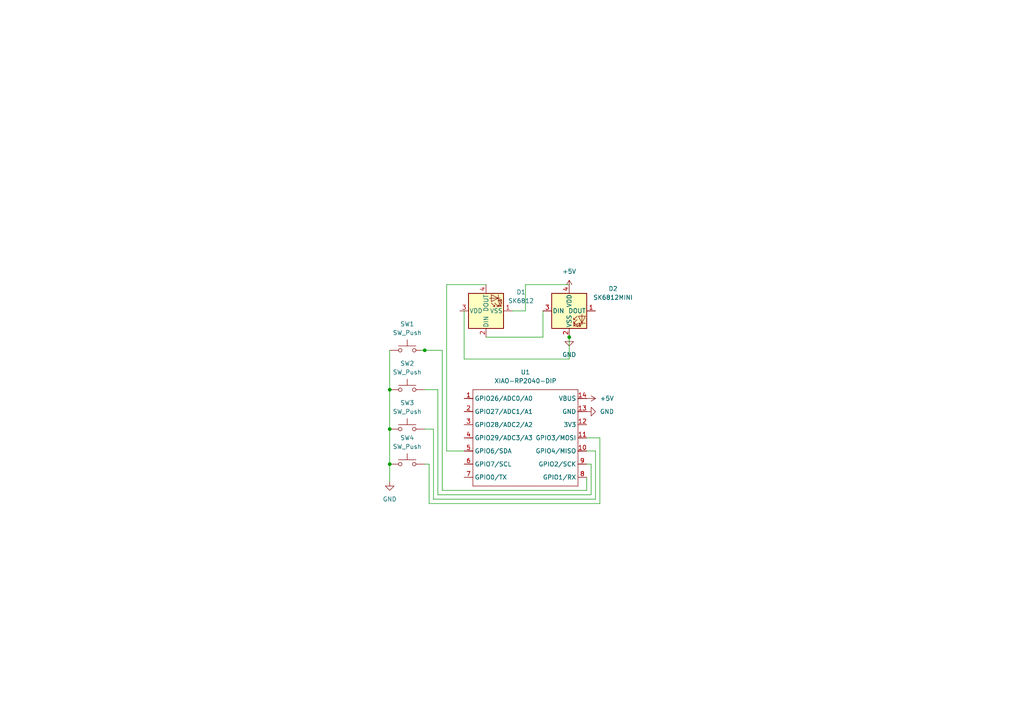
<source format=kicad_sch>
(kicad_sch (version 20250114) (generator "eeschema") (generator_version "9.0")
  (paper "A4")
  (lib_symbols
    (symbol "LED:SK6812" (pin_names (offset 0.254))
      (property "Reference" "D" (at 5.08 5.715 0))
      (property "Value" "SK6812" (at 1.27 -5.715 0))
      (symbol "SK6812_0_0"
        (text "RGB" (at 2.286 -4.191 0) (effects (font (size 0.762 0.762))))
      )
      (symbol "SK6812_0_1"
        (polyline (pts (xy 1.27 -2.54) (xy 1.778 -2.54)))
        (polyline (pts (xy 1.27 -3.556) (xy 1.778 -3.556)))
        (polyline (pts (xy 2.286 -1.524) (xy 1.27 -2.54) (xy 1.27 -2.032)))
        (polyline (pts (xy 2.286 -2.54) (xy 1.27 -3.556) (xy 1.27 -3.048)))
        (polyline (pts (xy 3.683 -1.016) (xy 3.683 -3.556) (xy 3.683 -4.064)))
        (polyline (pts (xy 4.699 -1.524) (xy 2.667 -1.524) (xy 3.683 -3.556) (xy 4.699 -1.524)))
        (polyline (pts (xy 4.699 -3.556) (xy 2.667 -3.556)))
        (rectangle (start 5.08 5.08) (end -5.08 -5.08) (stroke (width 0.254)) (fill (type background)))
      )
      (symbol "SK6812_1_1"
        (pin input line (at -7.62 0 0) (length 2.54) (name "DIN") (number "2"))
        (pin power_in line (at 0 7.62 270) (length 2.54) (name "VDD") (number "3"))
        (pin power_in line (at 0 -7.62 90) (length 2.54) (name "VSS") (number "1"))
        (pin output line (at 7.62 0 180) (length 2.54) (name "DOUT") (number "4"))
      )
    )
    (symbol "LED:SK6812MINI" (pin_names (offset 0.254))
      (property "Reference" "D" (at 5.08 5.715 0))
      (property "Value" "SK6812MINI" (at 1.27 -5.715 0))
      (symbol "SK6812MINI_0_0"
        (text "RGB" (at 2.286 -4.191 0) (effects (font (size 0.762 0.762))))
      )
      (symbol "SK6812MINI_0_1"
        (polyline (pts (xy 1.27 -2.54) (xy 1.778 -2.54)))
        (polyline (pts (xy 1.27 -3.556) (xy 1.778 -3.556)))
        (polyline (pts (xy 2.286 -1.524) (xy 1.27 -2.54) (xy 1.27 -2.032)))
        (polyline (pts (xy 2.286 -2.54) (xy 1.27 -3.556) (xy 1.27 -3.048)))
        (polyline (pts (xy 3.683 -1.016) (xy 3.683 -3.556) (xy 3.683 -4.064)))
        (polyline (pts (xy 4.699 -1.524) (xy 2.667 -1.524) (xy 3.683 -3.556) (xy 4.699 -1.524)))
        (polyline (pts (xy 4.699 -3.556) (xy 2.667 -3.556)))
        (rectangle (start 5.08 5.08) (end -5.08 -5.08) (stroke (width 0.254)) (fill (type background)))
      )
      (symbol "SK6812MINI_1_1"
        (pin input line (at -7.62 0 0) (length 2.54) (name "DIN") (number "3"))
        (pin power_in line (at 0 7.62 270) (length 2.54) (name "VDD") (number "4"))
        (pin power_in line (at 0 -7.62 90) (length 2.54) (name "VSS") (number "2"))
        (pin output line (at 7.62 0 180) (length 2.54) (name "DOUT") (number "1"))
      )
    )
    (symbol "Seeed_Studio_XIAO_Series:XIAO-RP2040-DIP"
      (property "Reference" "U" (at 0 0 0))
      (property "Value" "XIAO-RP2040-DIP" (at 5.334 -1.778 0))
      (symbol "XIAO-RP2040-DIP_1_0"
        (polyline (pts (xy -1.27 -2.54) (xy 29.21 -2.54)) (stroke (width 0.1524)))
        (polyline (pts (xy -1.27 -5.08) (xy -2.54 -5.08)) (stroke (width 0.1524)))
        (polyline (pts (xy -1.27 -5.08) (xy -1.27 -2.54)) (stroke (width 0.1524)))
        (polyline (pts (xy -1.27 -8.89) (xy -2.54 -8.89)) (stroke (width 0.1524)))
        (polyline (pts (xy -1.27 -8.89) (xy -1.27 -5.08)) (stroke (width 0.1524)))
        (polyline (pts (xy -1.27 -12.7) (xy -2.54 -12.7)) (stroke (width 0.1524)))
        (polyline (pts (xy -1.27 -12.7) (xy -1.27 -8.89)) (stroke (width 0.1524)))
        (polyline (pts (xy -1.27 -16.51) (xy -2.54 -16.51)) (stroke (width 0.1524)))
        (polyline (pts (xy -1.27 -16.51) (xy -1.27 -12.7)) (stroke (width 0.1524)))
        (polyline (pts (xy -1.27 -20.32) (xy -2.54 -20.32)) (stroke (width 0.1524)))
        (polyline (pts (xy -1.27 -24.13) (xy -2.54 -24.13)) (stroke (width 0.1524)))
        (polyline (pts (xy -1.27 -27.94) (xy -2.54 -27.94)) (stroke (width 0.1524)))
        (polyline (pts (xy -1.27 -30.48) (xy -1.27 -16.51)) (stroke (width 0.1524)))
        (polyline (pts (xy 29.21 -2.54) (xy 29.21 -5.08)) (stroke (width 0.1524)))
        (polyline (pts (xy 29.21 -5.08) (xy 29.21 -8.89)) (stroke (width 0.1524)))
        (polyline (pts (xy 29.21 -8.89) (xy 29.21 -12.7)) (stroke (width 0.1524)))
        (polyline (pts (xy 29.21 -12.7) (xy 29.21 -30.48)) (stroke (width 0.1524)))
        (polyline (pts (xy 29.21 -30.48) (xy -1.27 -30.48)) (stroke (width 0.1524)))
        (polyline (pts (xy 30.48 -5.08) (xy 29.21 -5.08)) (stroke (width 0.1524)))
        (polyline (pts (xy 30.48 -8.89) (xy 29.21 -8.89)) (stroke (width 0.1524)))
        (polyline (pts (xy 30.48 -12.7) (xy 29.21 -12.7)) (stroke (width 0.1524)))
        (polyline (pts (xy 30.48 -16.51) (xy 29.21 -16.51)) (stroke (width 0.1524)))
        (polyline (pts (xy 30.48 -20.32) (xy 29.21 -20.32)) (stroke (width 0.1524)))
        (polyline (pts (xy 30.48 -24.13) (xy 29.21 -24.13)) (stroke (width 0.1524)))
        (polyline (pts (xy 30.48 -27.94) (xy 29.21 -27.94)) (stroke (width 0.1524)))
        (pin passive line (at -3.81 -5.08 0) (length 2.54) (name "GPIO26/ADC0/A0") (number "1"))
        (pin passive line (at -3.81 -8.89 0) (length 2.54) (name "GPIO27/ADC1/A1") (number "2"))
        (pin passive line (at -3.81 -12.7 0) (length 2.54) (name "GPIO28/ADC2/A2") (number "3"))
        (pin passive line (at -3.81 -16.51 0) (length 2.54) (name "GPIO29/ADC3/A3") (number "4"))
        (pin passive line (at -3.81 -20.32 0) (length 2.54) (name "GPIO6/SDA") (number "5"))
        (pin passive line (at -3.81 -24.13 0) (length 2.54) (name "GPIO7/SCL") (number "6"))
        (pin passive line (at -3.81 -27.94 0) (length 2.54) (name "GPIO0/TX") (number "7"))
        (pin passive line (at 31.75 -5.08 180) (length 2.54) (name "VBUS") (number "14"))
        (pin passive line (at 31.75 -8.89 180) (length 2.54) (name "GND") (number "13"))
        (pin passive line (at 31.75 -12.7 180) (length 2.54) (name "3V3") (number "12"))
        (pin passive line (at 31.75 -16.51 180) (length 2.54) (name "GPIO3/MOSI") (number "11"))
        (pin passive line (at 31.75 -20.32 180) (length 2.54) (name "GPIO4/MISO") (number "10"))
        (pin passive line (at 31.75 -24.13 180) (length 2.54) (name "GPIO2/SCK") (number "9"))
        (pin passive line (at 31.75 -27.94 180) (length 2.54) (name "GPIO1/RX") (number "8"))
      )
    )
    (symbol "Switch:SW_Push" (pin_numbers (hide yes)) (pin_names (offset 1.016) (hide yes))
      (property "Reference" "SW" (at 1.27 2.54 0))
      (property "Value" "SW_Push" (at 0 -1.524 0))
      (symbol "SW_Push_0_1"
        (circle (center -2.032 0) (radius 0.508))
        (polyline (pts (xy 0 1.27) (xy 0 3.048)))
        (circle (center 2.032 0) (radius 0.508))
        (polyline (pts (xy 2.54 1.27) (xy -2.54 1.27)))
        (pin passive line (at -5.08 0 0) (length 2.54) (name "1") (number "1"))
        (pin passive line (at 5.08 0 180) (length 2.54) (name "2") (number "2"))
      )
    )
    (symbol "power:+5V" (power) (pin_numbers (hide yes)) (pin_names (offset 0) (hide yes))
      (property "Value" "+5V" (at 0 3.556 0))
      (symbol "+5V_0_1"
        (polyline (pts (xy -0.762 1.27) (xy 0 2.54)))
        (polyline (pts (xy 0 2.54) (xy 0.762 1.27)))
        (polyline (pts (xy 0 0) (xy 0 2.54)))
      )
      (symbol "+5V_1_1"
        (pin power_in line (at 0 0 90) (length 0) (name "~") (number "1"))
      )
    )
    (symbol "power:GND" (power) (pin_numbers (hide yes)) (pin_names (offset 0) (hide yes))
      (property "Value" "GND" (at 0 -3.81 0))
      (symbol "GND_0_1"
        (polyline (pts (xy 0 0) (xy 0 -1.27) (xy 1.27 -1.27) (xy 0 -2.54) (xy -1.27 -1.27) (xy 0 -1.27)))
      )
      (symbol "GND_1_1"
        (pin power_in line (at 0 0 270) (length 0) (name "~") (number "1"))
      )
    )
  )
  (junction (at 123.19 101.6))
  (junction (at 113.03 124.46))
  (junction (at 113.03 113.03))
  (junction (at 113.03 134.62))
  (junction (at 165.1 97.79))
  (wire (pts (xy 123.19 124.46) (xy 125.73 124.46)))
  (wire (pts (xy 123.19 101.6) (xy 128.27 101.6)))
  (wire (pts (xy 121.92 101.6) (xy 123.19 101.6)))
  (wire (pts (xy 170.18 142.24) (xy 170.18 138.43)))
  (wire (pts (xy 127 113.03) (xy 127 143.51)))
  (wire (pts (xy 134.62 104.14) (xy 165.1 104.14)))
  (wire (pts (xy 140.97 97.79) (xy 157.48 97.79)))
  (wire (pts (xy 125.73 144.78) (xy 172.72 144.78)))
  (wire (pts (xy 157.48 90.17) (xy 157.48 97.79)))
  (wire (pts (xy 171.45 143.51) (xy 171.45 134.62)))
  (wire (pts (xy 172.72 130.81) (xy 170.18 130.81)))
  (wire (pts (xy 127 143.51) (xy 171.45 143.51)))
  (wire (pts (xy 124.46 146.05) (xy 173.99 146.05)))
  (wire (pts (xy 113.03 101.6) (xy 113.03 113.03)))
  (wire (pts (xy 123.19 134.62) (xy 124.46 134.62)))
  (wire (pts (xy 172.72 144.78) (xy 172.72 130.81)))
  (wire (pts (xy 125.73 124.46) (xy 125.73 144.78)))
  (wire (pts (xy 129.54 130.81) (xy 129.54 82.55)))
  (wire (pts (xy 152.4 90.17) (xy 152.4 82.55)))
  (wire (pts (xy 171.45 134.62) (xy 170.18 134.62)))
  (wire (pts (xy 165.1 97.79) (xy 165.1 104.14)))
  (wire (pts (xy 113.03 124.46) (xy 113.03 134.62)))
  (wire (pts (xy 113.03 113.03) (xy 113.03 124.46)))
  (wire (pts (xy 129.54 82.55) (xy 140.97 82.55)))
  (wire (pts (xy 134.62 130.81) (xy 129.54 130.81)))
  (wire (pts (xy 124.46 134.62) (xy 124.46 146.05)))
  (wire (pts (xy 134.62 90.17) (xy 134.62 104.14)))
  (wire (pts (xy 148.59 90.17) (xy 152.4 90.17)))
  (wire (pts (xy 152.4 82.55) (xy 165.1 82.55)))
  (wire (pts (xy 128.27 142.24) (xy 170.18 142.24)))
  (wire (pts (xy 128.27 101.6) (xy 128.27 142.24)))
  (wire (pts (xy 123.19 113.03) (xy 127 113.03)))
  (wire (pts (xy 113.03 134.62) (xy 113.03 139.7)))
  (wire (pts (xy 170.18 127) (xy 173.99 127)))
  (wire (pts (xy 173.99 146.05) (xy 173.99 127)))
  (symbol (lib_id "power:GND") (at 113.03 139.7 0) (unit 1)
    (property "Reference" "#PWR01" (effects (hide yes)))
    (property "Value" "GND" (at 113.03 144.78 0))
    (property "Description" "Power symbol creates a global label with name \"GND\" , ground" (effects (hide yes)))
  )
  (symbol (lib_id "Switch:SW_Push") (at 118.11 101.6 0) (unit 1)
    (property "Reference" "SW1" (at 118.11 93.98 0))
    (property "Value" "SW_Push" (at 118.11 96.52 0))
    (property "Footprint" "Button_Switch_Keyboard:SW_Cherry_MX_1.00u_PCB" (effects (hide yes)))
    (property "Description" "Push button switch, generic, two pins" (effects (hide yes)))
  )
  (symbol (lib_id "Switch:SW_Push") (at 118.11 113.03 0) (unit 1)
    (property "Reference" "SW2" (at 118.11 105.41 0))
    (property "Value" "SW_Push" (at 118.11 107.95 0))
    (property "Footprint" "Button_Switch_Keyboard:SW_Cherry_MX_1.00u_PCB" (effects (hide yes)))
    (property "Description" "Push button switch, generic, two pins" (effects (hide yes)))
  )
  (symbol (lib_id "power:GND") (at 170.18 119.38 90) (unit 1)
    (property "Reference" "#PWR03" (effects (hide yes)))
    (property "Value" "GND" (at 173.99 119.3799 90) (effects (justify right)))
    (property "Description" "Power symbol creates a global label with name \"GND\" , ground" (effects (hide yes)))
  )
  (symbol (lib_id "LED:SK6812MINI") (at 165.1 90.17 0) (unit 1)
    (property "Reference" "D2" (at 177.8 83.7498 0))
    (property "Value" "SK6812MINI" (at 177.8 86.2898 0))
    (property "Footprint" "LED_SMD:LED_SK6812MINI_PLCC4_3.5x3.5mm_P1.75mm" (effects (hide yes)))
    (property "Datasheet" "https://cdn-shop.adafruit.com/product-files/2686/SK6812MINI_REV.01-1-2.pdf" (effects (hide yes)))
    (property "Description" "RGB LED with integrated controller" (effects (hide yes)))
  )
  (symbol (lib_id "Switch:SW_Push") (at 118.11 124.46 0) (unit 1)
    (property "Reference" "SW3" (at 118.11 116.84 0))
    (property "Value" "SW_Push" (at 118.11 119.38 0))
    (property "Footprint" "Button_Switch_Keyboard:SW_Cherry_MX_1.00u_PCB" (effects (hide yes)))
    (property "Description" "Push button switch, generic, two pins" (effects (hide yes)))
  )
  (symbol (lib_id "LED:SK6812") (at 140.97 90.17 90) (unit 1)
    (property "Reference" "D1" (at 151.13 84.7246 90))
    (property "Value" "SK6812" (at 151.13 87.2646 90))
    (property "Footprint" "LED_SMD:LED_SK6812MINI_PLCC4_3.5x3.5mm_P1.75mm" (effects (hide yes)))
    (property "Datasheet" "https://cdn-shop.adafruit.com/product-files/1138/SK6812+LED+datasheet+.pdf" (effects (hide yes)))
    (property "Description" "RGB LED with integrated controller" (effects (hide yes)))
  )
  (symbol (lib_id "Seeed_Studio_XIAO_Series:XIAO-RP2040-DIP") (at 138.43 110.49 0) (unit 1)
    (property "Reference" "U1" (at 152.4 107.95 0))
    (property "Value" "XIAO-RP2040-DIP" (at 152.4 110.49 0))
    (property "Footprint" "XIAO_RP2040:MOUDLE14P-XIAO-DIP-SMD" (effects (hide yes)))
  )
  (symbol (lib_id "power:+5V") (at 165.1 83.82 0) (unit 1)
    (property "Reference" "#PWR04" (effects (hide yes)))
    (property "Value" "+5V" (at 165.1 78.74 0))
    (property "Description" "Power symbol creates a global label with name \"+5V\"" (effects (hide yes)))
  )
  (symbol (lib_id "Switch:SW_Push") (at 118.11 134.62 0) (unit 1)
    (property "Reference" "SW4" (at 118.11 127 0))
    (property "Value" "SW_Push" (at 118.11 129.54 0))
    (property "Footprint" "Button_Switch_Keyboard:SW_Cherry_MX_1.00u_PCB" (effects (hide yes)))
    (property "Description" "Push button switch, generic, two pins" (effects (hide yes)))
  )
  (symbol (lib_id "power:+5V") (at 170.18 115.57 270) (unit 1)
    (property "Reference" "#PWR05" (effects (hide yes)))
    (property "Value" "+5V" (at 173.99 115.5699 90) (effects (justify left)))
    (property "Description" "Power symbol creates a global label with name \"+5V\"" (effects (hide yes)))
  )
  (symbol (lib_id "power:GND") (at 165.1 97.79 0) (unit 1)
    (property "Reference" "#PWR02" (effects (hide yes)))
    (property "Value" "GND" (at 165.1 102.87 0))
    (property "Description" "Power symbol creates a global label with name \"GND\" , ground" (effects (hide yes)))
  )
)
</source>
